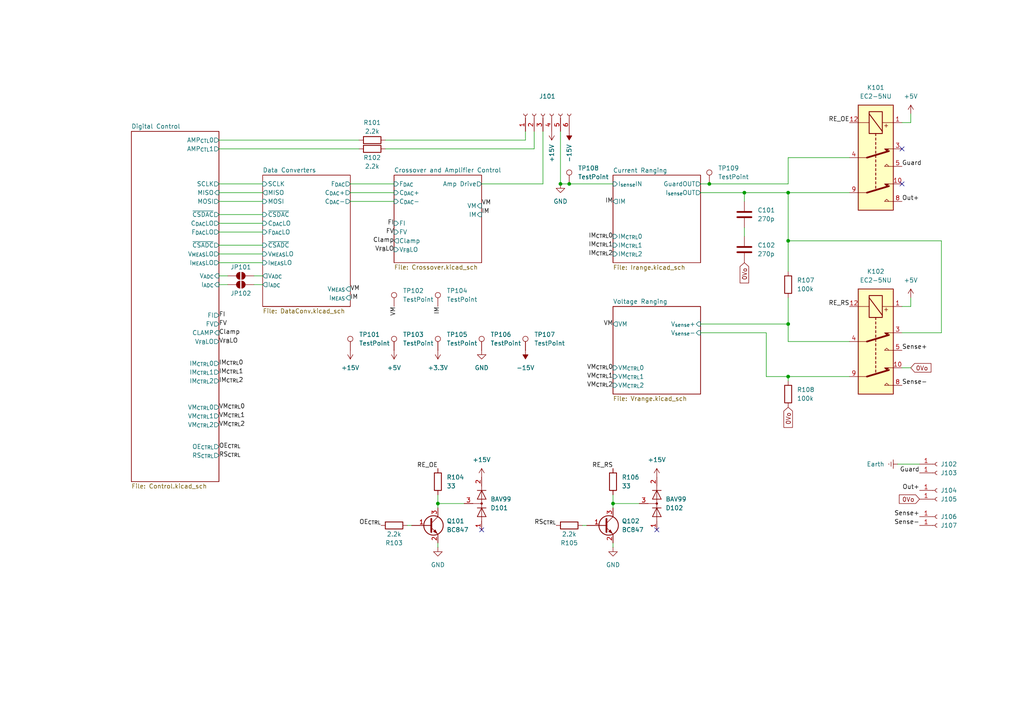
<source format=kicad_sch>
(kicad_sch (version 20231120) (generator "eeschema") (generator_version "8.0")
  (paper "A4")
  (title_block (title "DSMU A1 - Main Analogue Board") (rev "DRAFT 1") (company "Fuckup Industries"))
  (lib_symbols
    (symbol "+15V_1" (power) (pin_numbers hide) (pin_names (offset 0) hide)
      (property "Value" "+15V" (at 0 3.556 0))
      (symbol "+15V_1_0_1"
        (polyline (pts (xy -0.762 1.27) (xy 0 2.54)))
        (polyline (pts (xy 0 0) (xy 0 2.54)))
        (polyline (pts (xy 0 2.54) (xy 0.762 1.27)))
      )
      (symbol "+15V_1_1_1"
        (pin power_in line (at 0 0 90) (length 0) (name "~") (number "1"))
      )
    )
    (symbol "-15V_1" (power) (pin_numbers hide) (pin_names (offset 0) hide)
      (property "Value" "-15V" (at 0 3.556 0))
      (symbol "-15V_1_0_0"
        (pin power_in line (at 0 0 90) (length 0) (name "~") (number "1"))
      )
      (symbol "-15V_1_0_1"
        (polyline (pts (xy 0 0) (xy 0 1.27) (xy 0.762 1.27) (xy 0 2.54) (xy -0.762 1.27) (xy 0 1.27)) (fill (type outline)))
      )
    )
    (symbol "Connector:Conn_01x01_Socket" (pin_names (offset 1.016) hide)
      (property "Reference" "J" (at 0 2.54 0))
      (property "Value" "Conn_01x01_Socket" (at 0 -2.54 0))
      (symbol "Conn_01x01_Socket_1_1"
        (polyline (pts (xy -1.27 0) (xy -0.508 0)) (stroke (width 0.1524)))
        (arc (start 0 0.508) (mid -0.5058 0) (end 0 -0.508) (stroke (width 0.1524)))
        (pin passive line (at -5.08 0 0) (length 3.81) (name "Pin_1") (number "1"))
      )
    )
    (symbol "Connector:Conn_01x06_Socket" (pin_names (offset 1.016) hide)
      (property "Reference" "J" (at 0 7.62 0))
      (property "Value" "Conn_01x06_Socket" (at 0 -10.16 0))
      (symbol "Conn_01x06_Socket_1_1"
        (arc (start 0 -7.112) (mid -0.5058 -7.62) (end 0 -8.128) (stroke (width 0.1524)))
        (arc (start 0 -4.572) (mid -0.5058 -5.08) (end 0 -5.588) (stroke (width 0.1524)))
        (arc (start 0 -2.032) (mid -0.5058 -2.54) (end 0 -3.048) (stroke (width 0.1524)))
        (polyline (pts (xy -1.27 -7.62) (xy -0.508 -7.62)) (stroke (width 0.1524)))
        (polyline (pts (xy -1.27 -5.08) (xy -0.508 -5.08)) (stroke (width 0.1524)))
        (polyline (pts (xy -1.27 -2.54) (xy -0.508 -2.54)) (stroke (width 0.1524)))
        (polyline (pts (xy -1.27 0) (xy -0.508 0)) (stroke (width 0.1524)))
        (polyline (pts (xy -1.27 2.54) (xy -0.508 2.54)) (stroke (width 0.1524)))
        (polyline (pts (xy -1.27 5.08) (xy -0.508 5.08)) (stroke (width 0.1524)))
        (arc (start 0 0.508) (mid -0.5058 0) (end 0 -0.508) (stroke (width 0.1524)))
        (arc (start 0 3.048) (mid -0.5058 2.54) (end 0 2.032) (stroke (width 0.1524)))
        (arc (start 0 5.588) (mid -0.5058 5.08) (end 0 4.572) (stroke (width 0.1524)))
        (pin passive line (at -5.08 5.08 0) (length 3.81) (name "Pin_1") (number "1"))
        (pin passive line (at -5.08 2.54 0) (length 3.81) (name "Pin_2") (number "2"))
        (pin passive line (at -5.08 0 0) (length 3.81) (name "Pin_3") (number "3"))
        (pin passive line (at -5.08 -2.54 0) (length 3.81) (name "Pin_4") (number "4"))
        (pin passive line (at -5.08 -5.08 0) (length 3.81) (name "Pin_5") (number "5"))
        (pin passive line (at -5.08 -7.62 0) (length 3.81) (name "Pin_6") (number "6"))
      )
    )
    (symbol "Connector:TestPoint" (pin_numbers hide) (pin_names (offset 0.762) hide)
      (property "Reference" "TP" (at 0 6.858 0))
      (property "Value" "TestPoint" (at 0 5.08 0))
      (symbol "TestPoint_0_1"
        (circle (center 0 3.302) (radius 0.762))
      )
      (symbol "TestPoint_1_1"
        (pin passive line (at 0 0 90) (length 2.54) (name "1") (number "1"))
      )
    )
    (symbol "Device:C" (pin_numbers hide) (pin_names (offset 0.254))
      (property "Reference" "C" (at 0.635 2.54 0))
      (property "Value" "C" (at 0.635 -2.54 0))
      (symbol "C_0_1"
        (polyline (pts (xy -2.032 -0.762) (xy 2.032 -0.762)) (stroke (width 0.508)))
        (polyline (pts (xy -2.032 0.762) (xy 2.032 0.762)) (stroke (width 0.508)))
      )
      (symbol "C_1_1"
        (pin passive line (at 0 3.81 270) (length 2.794) (name "~") (number "1"))
        (pin passive line (at 0 -3.81 90) (length 2.794) (name "~") (number "2"))
      )
    )
    (symbol "Device:R" (pin_numbers hide) (pin_names (offset 0))
      (property "Reference" "R" (at 2.032 0 90))
      (property "Value" "R" (at 0 0 90))
      (symbol "R_0_1"
        (rectangle (start -1.016 -2.54) (end 1.016 2.54) (stroke (width 0.254)))
      )
      (symbol "R_1_1"
        (pin passive line (at 0 3.81 270) (length 1.27) (name "~") (number "1"))
        (pin passive line (at 0 -3.81 90) (length 1.27) (name "~") (number "2"))
      )
    )
    (symbol "Diode:BAV99" (pin_names hide)
      (property "Reference" "D" (at 0 5.08 0))
      (property "Value" "BAV99" (at 0 2.54 0))
      (symbol "BAV99_0_1"
        (polyline (pts (xy -5.08 0) (xy 5.08 0)))
      )
      (symbol "BAV99_1_1"
        (polyline (pts (xy 0 0) (xy 0 -2.54)))
        (polyline (pts (xy -1.27 -1.27) (xy -1.27 1.27) (xy -1.27 1.27)) (stroke (width 0.2032)))
        (polyline (pts (xy 3.81 1.27) (xy 3.81 -1.27) (xy 3.81 -1.27)) (stroke (width 0.2032)))
        (polyline (pts (xy -3.81 1.27) (xy -1.27 0) (xy -3.81 -1.27) (xy -3.81 1.27) (xy -3.81 1.27) (xy -3.81 1.27)) (stroke (width 0.2032)))
        (polyline (pts (xy 1.27 1.27) (xy 3.81 0) (xy 1.27 -1.27) (xy 1.27 1.27) (xy 1.27 1.27) (xy 1.27 1.27)) (stroke (width 0.2032)))
        (circle (center 0 0) (radius 0.254) (fill (type outline)))
        (pin passive line (at -7.62 0 0) (length 2.54) (name "K") (number "1"))
        (pin passive line (at 7.62 0 180) (length 2.54) (name "A") (number "2"))
        (pin passive line (at 0 -5.08 90) (length 2.54) (name "K") (number "3"))
      )
    )
    (symbol "Jumper:SolderJumper_2_Open" (pin_numbers hide) (pin_names (offset 0) hide) (exclude_from_sim yes) (in_bom no)
      (property "Reference" "JP" (at 0 2.032 0))
      (property "Value" "SolderJumper_2_Open" (at 0 -2.54 0))
      (symbol "SolderJumper_2_Open_0_1"
        (arc (start -0.254 1.016) (mid -1.2656 0) (end -0.254 -1.016))
        (arc (start -0.254 1.016) (mid -1.2656 0) (end -0.254 -1.016) (fill (type outline)))
        (polyline (pts (xy -0.254 1.016) (xy -0.254 -1.016)))
        (polyline (pts (xy 0.254 1.016) (xy 0.254 -1.016)))
        (arc (start 0.254 -1.016) (mid 1.2656 0) (end 0.254 1.016))
        (arc (start 0.254 -1.016) (mid 1.2656 0) (end 0.254 1.016) (fill (type outline)))
      )
      (symbol "SolderJumper_2_Open_1_1"
        (pin passive line (at -3.81 0 0) (length 2.54) (name "A") (number "1"))
        (pin passive line (at 3.81 0 180) (length 2.54) (name "B") (number "2"))
      )
    )
    (symbol "Relay:EC2-5NU"
      (property "Reference" "K" (at 15.24 8.89 0))
      (property "Value" "EC2-5NU" (at 19.05 6.35 0))
      (symbol "EC2-5NU_1_1"
        (rectangle (start -15.24 5.08) (end 15.24 -5.08) (stroke (width 0.254)) (fill (type background)))
        (rectangle (start -13.335 1.905) (end -6.985 -1.905) (stroke (width 0.254)))
        (polyline (pts (xy -12.7 -1.905) (xy -7.62 1.905)) (stroke (width 0.254)))
        (polyline (pts (xy -10.16 -5.08) (xy -10.16 -1.905)))
        (polyline (pts (xy -10.16 5.08) (xy -10.16 1.905)))
        (polyline (pts (xy -6.985 0) (xy -6.35 0)) (stroke (width 0.254)))
        (polyline (pts (xy -5.715 0) (xy -5.08 0)) (stroke (width 0.254)))
        (polyline (pts (xy -4.445 0) (xy -3.81 0)) (stroke (width 0.254)))
        (polyline (pts (xy -3.175 0) (xy -2.54 0)) (stroke (width 0.254)))
        (polyline (pts (xy -1.905 0) (xy -1.27 0)) (stroke (width 0.254)))
        (polyline (pts (xy -0.635 0) (xy 0 0)) (stroke (width 0.254)))
        (polyline (pts (xy 0 -2.54) (xy -1.905 3.81)) (stroke (width 0.508)))
        (polyline (pts (xy 0 -2.54) (xy 0 -5.08)))
        (polyline (pts (xy 0.635 0) (xy 1.27 0)) (stroke (width 0.254)))
        (polyline (pts (xy 1.905 0) (xy 2.54 0)) (stroke (width 0.254)))
        (polyline (pts (xy 3.175 0) (xy 3.81 0)) (stroke (width 0.254)))
        (polyline (pts (xy 4.445 0) (xy 5.08 0)) (stroke (width 0.254)))
        (polyline (pts (xy 5.715 0) (xy 6.35 0)) (stroke (width 0.254)))
        (polyline (pts (xy 6.985 0) (xy 7.62 0)) (stroke (width 0.254)))
        (polyline (pts (xy 8.255 0) (xy 8.89 0)) (stroke (width 0.254)))
        (polyline (pts (xy 10.16 -2.54) (xy 8.255 3.81)) (stroke (width 0.508)))
        (polyline (pts (xy 10.16 -2.54) (xy 10.16 -5.08)))
        (polyline (pts (xy -2.54 5.08) (xy -2.54 2.54) (xy -1.905 3.175) (xy -2.54 3.81)) (fill (type outline)))
        (polyline (pts (xy 2.54 5.08) (xy 2.54 2.54) (xy 1.905 3.175) (xy 2.54 3.81)))
        (polyline (pts (xy 7.62 5.08) (xy 7.62 2.54) (xy 8.255 3.175) (xy 7.62 3.81)) (fill (type outline)))
        (polyline (pts (xy 12.7 5.08) (xy 12.7 2.54) (xy 12.065 3.175) (xy 12.7 3.81)))
        (text "+" (at -9.271 2.921 0) (effects (font (size 1.27 1.27))))
        (pin passive line (at -10.16 7.62 270) (length 2.54) (name "~") (number "1"))
        (pin passive line (at 7.62 7.62 270) (length 2.54) (name "~") (number "10"))
        (pin passive line (at -10.16 -7.62 90) (length 2.54) (name "~") (number "12"))
        (pin passive line (at -2.54 7.62 270) (length 2.54) (name "~") (number "3"))
        (pin passive line (at 0 -7.62 90) (length 2.54) (name "~") (number "4"))
        (pin passive line (at 2.54 7.62 270) (length 2.54) (name "~") (number "5"))
        (pin passive line (at 12.7 7.62 270) (length 2.54) (name "~") (number "8"))
        (pin passive line (at 10.16 -7.62 90) (length 2.54) (name "~") (number "9"))
      )
    )
    (symbol "Transistor_BJT:BC847" (pin_names (offset 0) hide)
      (property "Reference" "Q" (at 5.08 1.905 0))
      (property "Value" "BC847" (at 5.08 0 0))
      (symbol "BC847_0_1"
        (polyline (pts (xy 0.635 0.635) (xy 2.54 2.54)))
        (polyline (pts (xy 0.635 -0.635) (xy 2.54 -2.54) (xy 2.54 -2.54)))
        (polyline (pts (xy 0.635 1.905) (xy 0.635 -1.905) (xy 0.635 -1.905)) (stroke (width 0.508)))
        (polyline (pts (xy 1.27 -1.778) (xy 1.778 -1.27) (xy 2.286 -2.286) (xy 1.27 -1.778) (xy 1.27 -1.778)) (fill (type outline)))
        (circle (center 1.27 0) (radius 2.8194) (stroke (width 0.254)))
      )
      (symbol "BC847_1_1"
        (pin input line (at -5.08 0 0) (length 5.715) (name "B") (number "1"))
        (pin passive line (at 2.54 -5.08 90) (length 2.54) (name "E") (number "2"))
        (pin passive line (at 2.54 5.08 270) (length 2.54) (name "C") (number "3"))
      )
    )
    (symbol "power:+15V" (power) (pin_names (offset 0))
      (property "Value" "+15V" (at 0 3.556 0))
      (symbol "+15V_0_1"
        (polyline (pts (xy -0.762 1.27) (xy 0 2.54)))
        (polyline (pts (xy 0 0) (xy 0 2.54)))
        (polyline (pts (xy 0 2.54) (xy 0.762 1.27)))
      )
      (symbol "+15V_1_1"
        (pin power_in line (at 0 0 90) (length 0) hide (name "+15V") (number "1"))
      )
    )
    (symbol "power:+3.3V" (power) (pin_numbers hide) (pin_names (offset 0) hide)
      (property "Value" "+3.3V" (at 0 3.556 0))
      (symbol "+3.3V_0_1"
        (polyline (pts (xy -0.762 1.27) (xy 0 2.54)))
        (polyline (pts (xy 0 0) (xy 0 2.54)))
        (polyline (pts (xy 0 2.54) (xy 0.762 1.27)))
      )
      (symbol "+3.3V_1_1"
        (pin power_in line (at 0 0 90) (length 0) (name "~") (number "1"))
      )
    )
    (symbol "power:+5V" (power) (pin_numbers hide) (pin_names (offset 0) hide)
      (property "Value" "+5V" (at 0 3.556 0))
      (symbol "+5V_0_1"
        (polyline (pts (xy -0.762 1.27) (xy 0 2.54)))
        (polyline (pts (xy 0 0) (xy 0 2.54)))
        (polyline (pts (xy 0 2.54) (xy 0.762 1.27)))
      )
      (symbol "+5V_1_1"
        (pin power_in line (at 0 0 90) (length 0) (name "~") (number "1"))
      )
    )
    (symbol "power:-15V" (power) (pin_names (offset 0))
      (property "Value" "-15V" (at 0 3.81 0))
      (symbol "-15V_0_0"
        (pin power_in line (at 0 0 90) (length 0) hide (name "-15V") (number "1"))
      )
      (symbol "-15V_0_1"
        (polyline (pts (xy 0 0) (xy 0 1.27) (xy 0.762 1.27) (xy 0 2.54) (xy -0.762 1.27) (xy 0 1.27)) (fill (type outline)))
      )
    )
    (symbol "power:Earth" (power) (pin_numbers hide) (pin_names (offset 0) hide)
      (property "Value" "Earth" (at 0 -3.81 0))
      (symbol "Earth_0_1"
        (polyline (pts (xy -0.635 -1.905) (xy 0.635 -1.905)))
        (polyline (pts (xy -0.127 -2.54) (xy 0.127 -2.54)))
        (polyline (pts (xy 0 -1.27) (xy 0 0)))
        (polyline (pts (xy 1.27 -1.27) (xy -1.27 -1.27)))
      )
      (symbol "Earth_1_1"
        (pin power_in line (at 0 0 270) (length 0) (name "~") (number "1"))
      )
    )
    (symbol "power:GND" (power) (pin_numbers hide) (pin_names (offset 0) hide)
      (property "Value" "GND" (at 0 -3.81 0))
      (symbol "GND_0_1"
        (polyline (pts (xy 0 0) (xy 0 -1.27) (xy 1.27 -1.27) (xy 0 -2.54) (xy -1.27 -1.27) (xy 0 -1.27)))
      )
      (symbol "GND_1_1"
        (pin power_in line (at 0 0 270) (length 0) (name "~") (number "1"))
      )
    )
  )
  (junction (at 205.74 53.34))
  (junction (at 228.6 55.88))
  (junction (at 215.9 55.88))
  (junction (at 228.6 69.85))
  (junction (at 228.6 93.98))
  (junction (at 177.8 146.05))
  (junction (at 162.56 53.34))
  (junction (at 127 146.05))
  (junction (at 165.1 53.34))
  (junction (at 228.6 109.22))
  (no_connect (at 139.7 153.67))
  (no_connect (at 261.62 53.34))
  (no_connect (at 261.62 43.18))
  (no_connect (at 190.5 153.67))
  (wire (pts (xy 73.66 80.01) (xy 76.2 80.01)))
  (wire (pts (xy 264.16 35.56) (xy 261.62 35.56)))
  (wire (pts (xy 228.6 69.85) (xy 228.6 78.74)))
  (wire (pts (xy 203.2 55.88) (xy 215.9 55.88)))
  (wire (pts (xy 228.6 55.88) (xy 228.6 69.85)))
  (wire (pts (xy 63.5 62.23) (xy 76.2 62.23)))
  (wire (pts (xy 152.4 38.1) (xy 152.4 40.64)))
  (wire (pts (xy 264.16 86.36) (xy 264.16 88.9)))
  (wire (pts (xy 162.56 53.34) (xy 165.1 53.34)))
  (wire (pts (xy 185.42 146.05) (xy 177.8 146.05)))
  (wire (pts (xy 134.62 146.05) (xy 127 146.05)))
  (wire (pts (xy 63.5 73.66) (xy 76.2 73.66)))
  (wire (pts (xy 222.25 96.52) (xy 222.25 109.22)))
  (wire (pts (xy 228.6 109.22) (xy 228.6 110.49)))
  (wire (pts (xy 111.76 43.18) (xy 154.94 43.18)))
  (wire (pts (xy 73.66 82.55) (xy 76.2 82.55)))
  (wire (pts (xy 246.38 99.06) (xy 228.6 99.06)))
  (wire (pts (xy 101.6 55.88) (xy 114.3 55.88)))
  (wire (pts (xy 203.2 96.52) (xy 222.25 96.52)))
  (wire (pts (xy 63.5 40.64) (xy 104.14 40.64)))
  (wire (pts (xy 101.6 58.42) (xy 114.3 58.42)))
  (wire (pts (xy 118.11 152.4) (xy 119.38 152.4)))
  (wire (pts (xy 205.74 53.34) (xy 228.6 53.34)))
  (wire (pts (xy 154.94 43.18) (xy 154.94 38.1)))
  (wire (pts (xy 165.1 53.34) (xy 177.8 53.34)))
  (wire (pts (xy 63.5 64.77) (xy 76.2 64.77)))
  (wire (pts (xy 273.05 69.85) (xy 273.05 96.52)))
  (wire (pts (xy 215.9 58.42) (xy 215.9 55.88)))
  (wire (pts (xy 63.5 67.31) (xy 76.2 67.31)))
  (wire (pts (xy 63.5 80.01) (xy 66.04 80.01)))
  (wire (pts (xy 111.76 40.64) (xy 152.4 40.64)))
  (wire (pts (xy 215.9 66.04) (xy 215.9 68.58)))
  (wire (pts (xy 228.6 86.36) (xy 228.6 93.98)))
  (wire (pts (xy 63.5 76.2) (xy 76.2 76.2)))
  (wire (pts (xy 177.8 157.48) (xy 177.8 158.75)))
  (wire (pts (xy 63.5 55.88) (xy 76.2 55.88)))
  (wire (pts (xy 168.91 152.4) (xy 170.18 152.4)))
  (wire (pts (xy 260.35 134.62) (xy 266.7 134.62)))
  (wire (pts (xy 162.56 38.1) (xy 162.56 53.34)))
  (wire (pts (xy 215.9 55.88) (xy 228.6 55.88)))
  (wire (pts (xy 228.6 69.85) (xy 273.05 69.85)))
  (wire (pts (xy 203.2 53.34) (xy 205.74 53.34)))
  (wire (pts (xy 228.6 53.34) (xy 228.6 45.72)))
  (wire (pts (xy 228.6 93.98) (xy 203.2 93.98)))
  (wire (pts (xy 261.62 106.68) (xy 264.16 106.68)))
  (wire (pts (xy 228.6 45.72) (xy 246.38 45.72)))
  (wire (pts (xy 127 146.05) (xy 127 147.32)))
  (wire (pts (xy 157.48 38.1) (xy 157.48 53.34)))
  (wire (pts (xy 63.5 82.55) (xy 66.04 82.55)))
  (wire (pts (xy 63.5 43.18) (xy 104.14 43.18)))
  (wire (pts (xy 264.16 33.02) (xy 264.16 35.56)))
  (wire (pts (xy 177.8 146.05) (xy 177.8 147.32)))
  (wire (pts (xy 222.25 109.22) (xy 228.6 109.22)))
  (wire (pts (xy 177.8 143.51) (xy 177.8 146.05)))
  (wire (pts (xy 63.5 58.42) (xy 76.2 58.42)))
  (wire (pts (xy 228.6 99.06) (xy 228.6 93.98)))
  (wire (pts (xy 228.6 109.22) (xy 246.38 109.22)))
  (wire (pts (xy 63.5 71.12) (xy 76.2 71.12)))
  (wire (pts (xy 139.7 53.34) (xy 157.48 53.34)))
  (wire (pts (xy 273.05 96.52) (xy 261.62 96.52)))
  (wire (pts (xy 127 157.48) (xy 127 158.75)))
  (wire (pts (xy 63.5 53.34) (xy 76.2 53.34)))
  (wire (pts (xy 101.6 53.34) (xy 114.3 53.34)))
  (wire (pts (xy 264.16 88.9) (xy 261.62 88.9)))
  (wire (pts (xy 228.6 55.88) (xy 246.38 55.88)))
  (wire (pts (xy 127 143.51) (xy 127 146.05)))
  (label "Guard" (at 266.7 137.16 180))
  (label "RE_RS" (at 177.8 135.89 180))
  (label "IM_{CTRL}2" (at 177.8 73.66 180))
  (label "IM_{CTRL}1" (at 63.5 107.95 0))
  (label "IM" (at 139.7 62.23 0))
  (label "VM" (at 177.8 93.98 180))
  (label "RE_OE" (at 246.38 35.56 180))
  (label "VM_{CTRL}1" (at 63.5 120.65 0))
  (label "Out+" (at 266.7 142.24 180))
  (label "VM_{CTRL}0" (at 63.5 118.11 0))
  (label "VM_{CTRL}2" (at 63.5 123.19 0))
  (label "Guard" (at 261.62 48.26 0))
  (label "OE_{CTRL}" (at 110.49 152.4 180))
  (label "RS_{CTRL}" (at 63.5 132.08 0))
  (label "Sense+" (at 261.62 101.6 0))
  (label "RE_RS" (at 246.38 88.9 180))
  (label "Clamp" (at 63.5 96.52 0))
  (label "VM" (at 101.6 83.82 0))
  (label "VM" (at 114.3 88.9 270))
  (label "IM_{CTRL}0" (at 177.8 68.58 180))
  (label "FI" (at 114.3 64.77 180))
  (label "IM" (at 127 88.9 270))
  (label "Sense-" (at 266.7 152.4 180))
  (label "IM_{CTRL}1" (at 177.8 71.12 180))
  (label "IM" (at 101.6 86.36 0))
  (label "RS_{CTRL}" (at 161.29 152.4 180))
  (label "VM_{CTRL}0" (at 177.8 106.68 180))
  (label "VM" (at 139.7 59.69 0))
  (label "V_{FB}LO" (at 63.5 99.06 0))
  (label "FV" (at 63.5 93.98 0))
  (label "OE_{CTRL}" (at 63.5 129.54 0))
  (label "Sense-" (at 261.62 111.76 0))
  (label "Sense+" (at 266.7 149.86 180))
  (label "VM_{CTRL}1" (at 177.8 109.22 180))
  (label "V_{FB}LO" (at 114.3 72.39 180))
  (label "IM_{CTRL}0" (at 63.5 105.41 0))
  (label "RE_OE" (at 127 135.89 180))
  (label "IM_{CTRL}2" (at 63.5 110.49 0))
  (label "FI" (at 63.5 91.44 0))
  (label "Out+" (at 261.62 58.42 0))
  (label "IM" (at 177.8 58.42 180))
  (label "Clamp" (at 114.3 69.85 180))
  (label "VM_{CTRL}2" (at 177.8 111.76 180))
  (label "FV" (at 114.3 67.31 180))
  (global_label "0Vo" (shape input) (at 228.6 118.11 270) (property "Intersheetrefs" "${INTERSHEET_REFS}" (effects (hide yes))))
  (global_label "0Vo" (shape input) (at 266.7 144.78 180) (property "Intersheetrefs" "${INTERSHEET_REFS}" (effects (hide yes))))
  (global_label "0Vo" (shape input) (at 215.9 76.2 270) (property "Intersheetrefs" "${INTERSHEET_REFS}" (effects (hide yes))))
  (global_label "0Vo" (shape input) (at 264.16 106.68 0) (property "Intersheetrefs" "${INTERSHEET_REFS}" (effects (hide yes))))
  (symbol (lib_id "Device:R") (at 228.6 114.3 0) (unit 1)
    (property "Reference" "R108" (at 231.14 113.0299 0) (effects (justify left)))
    (property "Value" "100k" (at 231.14 115.5699 0) (effects (justify left)))
    (property "Footprint" "Resistor_SMD:R_0603_1608Metric" (effects (hide yes)))
    (property "Description" "Resistor" (effects (hide yes)))
  )
  (symbol (lib_name "+15V_1") (lib_id "power:+15V") (at 139.7 138.43 0) (unit 1)
    (property "Reference" "#PWR0106" (effects (hide yes)))
    (property "Value" "+15V" (at 139.7 133.35 0))
    (property "Description" "Power symbol creates a global label with name \"+15V\"" (effects (hide yes)))
  )
  (symbol (lib_id "Connector:Conn_01x01_Socket") (at 271.78 144.78 0) (unit 1)
    (property "Reference" "J105" (at 272.796 144.78 0) (effects (justify left)))
    (property "Value" "Conn_01x01_Socket" (effects (hide yes)))
    (property "Footprint" "Connector_PinHeader_2.54mm:PinHeader_1x01_P2.54mm_Vertical" (effects (hide yes)))
    (property "Description" "Generic connector, single row, 01x01, script generated" (effects (hide yes)))
  )
  (symbol (lib_id "power:+5V") (at 264.16 86.36 0) (unit 1)
    (property "Reference" "#PWR0115" (effects (hide yes)))
    (property "Value" "+5V" (at 264.16 81.28 0))
    (property "Description" "Power symbol creates a global label with name \"+5V\"" (effects (hide yes)))
  )
  (symbol (lib_id "Connector:TestPoint") (at 101.6 101.6 0) (unit 1)
    (property "Reference" "TP101" (at 104.14 97.0279 0) (effects (justify left)))
    (property "Value" "TestPoint" (at 104.14 99.5679 0) (effects (justify left)))
    (property "Footprint" "Connector_Pin:Pin_D1.0mm_L10.0mm" (effects (hide yes)))
    (property "Description" "test point" (effects (hide yes)))
  )
  (symbol (lib_id "Connector:Conn_01x06_Socket") (at 157.48 33.02 90) (unit 1)
    (property "Reference" "J101" (at 158.75 27.94 90))
    (property "Value" "Conn_01x06_Socket" (effects (hide yes)))
    (property "Footprint" "Connector_PinHeader_2.54mm:PinHeader_1x06_P2.54mm_Vertical" (effects (hide yes)))
    (property "Description" "Generic connector, single row, 01x06, script generated" (effects (hide yes)))
  )
  (symbol (lib_id "power:+5V") (at 264.16 33.02 0) (unit 1)
    (property "Reference" "#PWR0114" (effects (hide yes)))
    (property "Value" "+5V" (at 264.16 27.94 0))
    (property "Description" "Power symbol creates a global label with name \"+5V\"" (effects (hide yes)))
  )
  (symbol (lib_id "Device:C") (at 215.9 72.39 180) (unit 1)
    (property "Reference" "C102" (at 219.71 71.12 0) (effects (justify right)))
    (property "Value" "270p" (at 219.71 73.66 0) (effects (justify right)))
    (property "Footprint" "Capacitor_SMD:C_0805_2012Metric" (effects (hide yes)))
  )
  (symbol (lib_name "+15V_1") (lib_id "power:+15V") (at 101.6 101.6 180) (unit 1)
    (property "Reference" "#PWR0101" (effects (hide yes)))
    (property "Value" "+15V" (at 101.6 106.68 0))
    (property "Description" "Power symbol creates a global label with name \"+15V\"" (effects (hide yes)))
  )
  (symbol (lib_id "power:-15V") (at 165.1 38.1 180) (unit 1)
    (property "Reference" "#PWR0110" (effects (hide yes)))
    (property "Value" "-15V" (at 165.1 44.45 90))
  )
  (symbol (lib_id "Jumper:SolderJumper_2_Open") (at 69.85 80.01 180) (unit 1) (exclude_from_sim yes) (in_bom no)
    (property "Reference" "JP101" (at 69.85 77.47 0))
    (property "Value" "SolderJumper_2_Open" (effects (hide yes)))
    (property "Footprint" "Jumper:SolderJumper-2_P1.3mm_Open_RoundedPad1.0x1.5mm" (effects (hide yes)))
    (property "Description" "Solder Jumper, 2-pole, open" (effects (hide yes)))
  )
  (symbol (lib_id "Connector:TestPoint") (at 152.4 101.6 0) (unit 1)
    (property "Reference" "TP107" (at 154.94 97.0279 0) (effects (justify left)))
    (property "Value" "TestPoint" (at 154.94 99.5679 0) (effects (justify left)))
    (property "Footprint" "Connector_Pin:Pin_D1.0mm_L10.0mm" (effects (hide yes)))
    (property "Description" "test point" (effects (hide yes)))
  )
  (symbol (lib_id "power:+15V") (at 160.02 38.1 180) (unit 1)
    (property "Reference" "#PWR0108" (effects (hide yes)))
    (property "Value" "+15V" (at 160.02 44.45 90))
  )
  (symbol (lib_id "Transistor_BJT:BC847") (at 124.46 152.4 0) (unit 1)
    (property "Reference" "Q101" (at 129.54 151.1299 0) (effects (justify left)))
    (property "Value" "BC847" (at 129.54 153.6699 0) (effects (justify left)))
    (property "Footprint" "Package_TO_SOT_SMD:SOT-23" (effects (hide yes)))
    (property "Datasheet" "http://www.infineon.com/dgdl/Infineon-BC847SERIES_BC848SERIES_BC849SERIES_BC850SERIES-DS-v01_01-en.pdf?fileId=db3a304314dca389011541d4630a1657" (effects (hide yes)))
    (property "Description" "0.1A Ic, 45V Vce, NPN Transistor, SOT-23" (effects (hide yes)))
  )
  (symbol (lib_id "Transistor_BJT:BC847") (at 175.26 152.4 0) (unit 1)
    (property "Reference" "Q102" (at 180.34 151.1299 0) (effects (justify left)))
    (property "Value" "BC847" (at 180.34 153.6699 0) (effects (justify left)))
    (property "Footprint" "Package_TO_SOT_SMD:SOT-23" (effects (hide yes)))
    (property "Datasheet" "http://www.infineon.com/dgdl/Infineon-BC847SERIES_BC848SERIES_BC849SERIES_BC850SERIES-DS-v01_01-en.pdf?fileId=db3a304314dca389011541d4630a1657" (effects (hide yes)))
    (property "Description" "0.1A Ic, 45V Vce, NPN Transistor, SOT-23" (effects (hide yes)))
  )
  (symbol (lib_id "Device:R") (at 107.95 40.64 90) (unit 1)
    (property "Reference" "R101" (at 107.95 35.56 90))
    (property "Value" "2.2k" (at 107.95 38.1 90))
    (property "Footprint" "Resistor_SMD:R_0603_1608Metric" (effects (hide yes)))
  )
  (symbol (lib_id "Jumper:SolderJumper_2_Open") (at 69.85 82.55 0) (mirror y) (unit 1) (exclude_from_sim yes) (in_bom no)
    (property "Reference" "JP102" (at 69.85 85.09 0))
    (property "Value" "SolderJumper_2_Open" (effects (hide yes)))
    (property "Footprint" "Jumper:SolderJumper-2_P1.3mm_Open_RoundedPad1.0x1.5mm" (effects (hide yes)))
    (property "Description" "Solder Jumper, 2-pole, open" (effects (hide yes)))
  )
  (symbol (lib_id "power:GND") (at 162.56 53.34 0) (unit 1)
    (property "Reference" "#PWR0109" (effects (hide yes)))
    (property "Value" "GND" (at 162.56 58.42 0))
    (property "Description" "Power symbol creates a global label with name \"GND\" , ground" (effects (hide yes)))
  )
  (symbol (lib_id "Connector:Conn_01x01_Socket") (at 271.78 149.86 0) (unit 1)
    (property "Reference" "J106" (at 272.796 149.86 0) (effects (justify left)))
    (property "Value" "Conn_01x01_Socket" (effects (hide yes)))
    (property "Footprint" "Connector_PinHeader_2.54mm:PinHeader_1x01_P2.54mm_Vertical" (effects (hide yes)))
    (property "Description" "Generic connector, single row, 01x01, script generated" (effects (hide yes)))
  )
  (symbol (lib_id "Connector:TestPoint") (at 139.7 101.6 0) (unit 1)
    (property "Reference" "TP106" (at 142.24 97.0279 0) (effects (justify left)))
    (property "Value" "TestPoint" (at 142.24 99.5679 0) (effects (justify left)))
    (property "Footprint" "Connector_Pin:Pin_D1.0mm_L10.0mm" (effects (hide yes)))
    (property "Description" "test point" (effects (hide yes)))
  )
  (symbol (lib_id "Device:C") (at 215.9 62.23 180) (unit 1)
    (property "Reference" "C101" (at 219.71 60.96 0) (effects (justify right)))
    (property "Value" "270p" (at 219.71 63.5 0) (effects (justify right)))
    (property "Footprint" "Capacitor_SMD:C_0805_2012Metric" (effects (hide yes)))
  )
  (symbol (lib_id "power:GND") (at 139.7 101.6 0) (unit 1)
    (property "Reference" "#PWR0105" (effects (hide yes)))
    (property "Value" "GND" (at 139.7 106.68 0))
    (property "Description" "Power symbol creates a global label with name \"GND\" , ground" (effects (hide yes)))
  )
  (symbol (lib_id "Diode:BAV99") (at 139.7 146.05 270) (mirror x) (unit 1)
    (property "Reference" "D101" (at 142.24 147.3201 90) (effects (justify left)))
    (property "Value" "BAV99" (at 142.24 144.7801 90) (effects (justify left)))
    (property "Footprint" "Package_TO_SOT_SMD:SOT-23" (effects (hide yes)))
    (property "Datasheet" "https://assets.nexperia.com/documents/data-sheet/BAV99_SER.pdf" (effects (hide yes)))
    (property "Description" "BAV99 High-speed switching diodes, SOT-23" (effects (hide yes)))
  )
  (symbol (lib_id "Connector:TestPoint") (at 114.3 88.9 0) (unit 1)
    (property "Reference" "TP102" (at 116.84 84.3279 0) (effects (justify left)))
    (property "Value" "TestPoint" (at 116.84 86.8679 0) (effects (justify left)))
    (property "Footprint" "Connector_Pin:Pin_D1.0mm_L10.0mm" (effects (hide yes)))
    (property "Description" "test point" (effects (hide yes)))
  )
  (symbol (lib_id "Connector:TestPoint") (at 205.74 53.34 0) (unit 1)
    (property "Reference" "TP109" (at 208.28 48.7679 0) (effects (justify left)))
    (property "Value" "TestPoint" (at 208.28 51.3079 0) (effects (justify left)))
    (property "Footprint" "Connector_Pin:Pin_D1.0mm_L10.0mm" (effects (hide yes)))
    (property "Description" "test point" (effects (hide yes)))
  )
  (symbol (lib_id "Connector:TestPoint") (at 127 88.9 0) (unit 1)
    (property "Reference" "TP104" (at 129.54 84.3279 0) (effects (justify left)))
    (property "Value" "TestPoint" (at 129.54 86.8679 0) (effects (justify left)))
    (property "Footprint" "Connector_Pin:Pin_D1.0mm_L10.0mm" (effects (hide yes)))
    (property "Description" "test point" (effects (hide yes)))
  )
  (symbol (lib_id "Connector:Conn_01x01_Socket") (at 271.78 152.4 0) (unit 1)
    (property "Reference" "J107" (at 272.796 152.4 0) (effects (justify left)))
    (property "Value" "Conn_01x01_Socket" (effects (hide yes)))
    (property "Footprint" "Connector_PinHeader_2.54mm:PinHeader_1x01_P2.54mm_Vertical" (effects (hide yes)))
    (property "Description" "Generic connector, single row, 01x01, script generated" (effects (hide yes)))
  )
  (symbol (lib_name "+15V_1") (lib_id "power:+15V") (at 190.5 138.43 0) (unit 1)
    (property "Reference" "#PWR0112" (effects (hide yes)))
    (property "Value" "+15V" (at 190.5 133.35 0))
    (property "Description" "Power symbol creates a global label with name \"+15V\"" (effects (hide yes)))
  )
  (symbol (lib_id "Device:R") (at 114.3 152.4 90) (mirror x) (unit 1)
    (property "Reference" "R103" (at 114.3 157.48 90))
    (property "Value" "2.2k" (at 114.3 154.94 90))
    (property "Footprint" "Resistor_SMD:R_0603_1608Metric" (effects (hide yes)))
  )
  (symbol (lib_id "Device:R") (at 107.95 43.18 90) (mirror x) (unit 1)
    (property "Reference" "R102" (at 107.95 45.72 90))
    (property "Value" "2.2k" (at 107.95 48.26 90))
    (property "Footprint" "Resistor_SMD:R_0603_1608Metric" (effects (hide yes)))
  )
  (symbol (lib_name "-15V_1") (lib_id "power:-15V") (at 152.4 101.6 180) (unit 1)
    (property "Reference" "#PWR0107" (effects (hide yes)))
    (property "Value" "-15V" (at 152.4 106.68 0))
    (property "Description" "Power symbol creates a global label with name \"-15V\"" (effects (hide yes)))
  )
  (symbol (lib_id "Device:R") (at 177.8 139.7 0) (unit 1)
    (property "Reference" "R106" (at 180.34 138.4299 0) (effects (justify left)))
    (property "Value" "33" (at 180.34 140.9699 0) (effects (justify left)))
    (property "Footprint" "Resistor_SMD:R_0603_1608Metric" (effects (hide yes)))
    (property "Description" "Resistor" (effects (hide yes)))
  )
  (symbol (lib_id "Device:R") (at 228.6 82.55 0) (unit 1)
    (property "Reference" "R107" (at 231.14 81.2799 0) (effects (justify left)))
    (property "Value" "100k" (at 231.14 83.8199 0) (effects (justify left)))
    (property "Footprint" "Resistor_SMD:R_0603_1608Metric" (effects (hide yes)))
    (property "Description" "Resistor" (effects (hide yes)))
  )
  (symbol (lib_id "Connector:TestPoint") (at 114.3 101.6 0) (unit 1)
    (property "Reference" "TP103" (at 116.84 97.0279 0) (effects (justify left)))
    (property "Value" "TestPoint" (at 116.84 99.5679 0) (effects (justify left)))
    (property "Footprint" "Connector_Pin:Pin_D1.0mm_L10.0mm" (effects (hide yes)))
    (property "Description" "test point" (effects (hide yes)))
  )
  (symbol (lib_id "Diode:BAV99") (at 190.5 146.05 270) (mirror x) (unit 1)
    (property "Reference" "D102" (at 193.04 147.3201 90) (effects (justify left)))
    (property "Value" "BAV99" (at 193.04 144.7801 90) (effects (justify left)))
    (property "Footprint" "Package_TO_SOT_SMD:SOT-23" (effects (hide yes)))
    (property "Datasheet" "https://assets.nexperia.com/documents/data-sheet/BAV99_SER.pdf" (effects (hide yes)))
    (property "Description" "BAV99 High-speed switching diodes, SOT-23" (effects (hide yes)))
  )
  (symbol (lib_id "power:GND") (at 177.8 158.75 0) (unit 1)
    (property "Reference" "#PWR0111" (effects (hide yes)))
    (property "Value" "GND" (at 177.8 163.83 0))
    (property "Description" "Power symbol creates a global label with name \"GND\" , ground" (effects (hide yes)))
  )
  (symbol (lib_id "Connector:Conn_01x01_Socket") (at 271.78 134.62 0) (unit 1)
    (property "Reference" "J102" (at 272.796 134.62 0) (effects (justify left)))
    (property "Value" "Conn_01x01_Socket" (effects (hide yes)))
    (property "Footprint" "Connector_PinHeader_2.54mm:PinHeader_1x01_P2.54mm_Vertical" (effects (hide yes)))
    (property "Description" "Generic connector, single row, 01x01, script generated" (effects (hide yes)))
  )
  (symbol (lib_id "Connector:Conn_01x01_Socket") (at 271.78 142.24 0) (unit 1)
    (property "Reference" "J104" (at 272.796 142.24 0) (effects (justify left)))
    (property "Value" "Conn_01x01_Socket" (effects (hide yes)))
    (property "Footprint" "Connector_PinHeader_2.54mm:PinHeader_1x01_P2.54mm_Vertical" (effects (hide yes)))
    (property "Description" "Generic connector, single row, 01x01, script generated" (effects (hide yes)))
  )
  (symbol (lib_id "power:GND") (at 127 158.75 0) (unit 1)
    (property "Reference" "#PWR0104" (effects (hide yes)))
    (property "Value" "GND" (at 127 163.83 0))
    (property "Description" "Power symbol creates a global label with name \"GND\" , ground" (effects (hide yes)))
  )
  (symbol (lib_id "Relay:EC2-5NU") (at 254 99.06 270) (unit 1)
    (property "Reference" "K102" (at 254 78.74 90))
    (property "Value" "EC2-5NU" (at 254 81.28 90))
    (property "Footprint" "Relay_THT:Relay_DPDT_Kemet_EC2" (effects (hide yes)))
    (property "Datasheet" "https://content.kemet.com/datasheets/KEM_R7002_EC2_EE2.pdf" (effects (hide yes)))
  )
  (symbol (lib_id "Relay:EC2-5NU") (at 254 45.72 270) (unit 1)
    (property "Reference" "K101" (at 254 25.4 90))
    (property "Value" "EC2-5NU" (at 254 27.94 90))
    (property "Footprint" "Relay_THT:Relay_DPDT_Kemet_EC2" (effects (hide yes)))
    (property "Datasheet" "https://content.kemet.com/datasheets/KEM_R7002_EC2_EE2.pdf" (effects (hide yes)))
  )
  (symbol (lib_id "Connector:TestPoint") (at 165.1 53.34 0) (unit 1)
    (property "Reference" "TP108" (at 167.64 48.7679 0) (effects (justify left)))
    (property "Value" "TestPoint" (at 167.64 51.3079 0) (effects (justify left)))
    (property "Footprint" "Connector_Pin:Pin_D1.0mm_L10.0mm" (effects (hide yes)))
    (property "Description" "test point" (effects (hide yes)))
  )
  (symbol (lib_id "power:Earth") (at 260.35 134.62 270) (unit 1)
    (property "Reference" "#PWR0113" (effects (hide yes)))
    (property "Value" "Earth" (at 256.54 134.6199 90) (effects (justify right)))
    (property "Description" "Power symbol creates a global label with name \"Earth\"" (effects (hide yes)))
  )
  (symbol (lib_id "Device:R") (at 127 139.7 0) (unit 1)
    (property "Reference" "R104" (at 129.54 138.4299 0) (effects (justify left)))
    (property "Value" "33" (at 129.54 140.9699 0) (effects (justify left)))
    (property "Footprint" "Resistor_SMD:R_0603_1608Metric" (effects (hide yes)))
    (property "Description" "Resistor" (effects (hide yes)))
  )
  (symbol (lib_id "Device:R") (at 165.1 152.4 90) (mirror x) (unit 1)
    (property "Reference" "R105" (at 165.1 157.48 90))
    (property "Value" "2.2k" (at 165.1 154.94 90))
    (property "Footprint" "Resistor_SMD:R_0603_1608Metric" (effects (hide yes)))
  )
  (symbol (lib_id "power:+5V") (at 114.3 101.6 180) (unit 1)
    (property "Reference" "#PWR0102" (effects (hide yes)))
    (property "Value" "+5V" (at 114.3 106.68 0))
    (property "Description" "Power symbol creates a global label with name \"+5V\"" (effects (hide yes)))
  )
  (symbol (lib_id "Connector:TestPoint") (at 127 101.6 0) (unit 1)
    (property "Reference" "TP105" (at 129.54 97.0279 0) (effects (justify left)))
    (property "Value" "TestPoint" (at 129.54 99.5679 0) (effects (justify left)))
    (property "Footprint" "Connector_Pin:Pin_D1.0mm_L10.0mm" (effects (hide yes)))
    (property "Description" "test point" (effects (hide yes)))
  )
  (symbol (lib_id "power:+3.3V") (at 127 101.6 180) (unit 1)
    (property "Reference" "#PWR0103" (effects (hide yes)))
    (property "Value" "+3.3V" (at 127 106.68 0))
    (property "Description" "Power symbol creates a global label with name \"+3.3V\"" (effects (hide yes)))
  )
  (symbol (lib_id "Connector:Conn_01x01_Socket") (at 271.78 137.16 0) (unit 1)
    (property "Reference" "J103" (at 272.796 137.16 0) (effects (justify left)))
    (property "Value" "Conn_01x01_Socket" (effects (hide yes)))
    (property "Footprint" "Connector_PinHeader_2.54mm:PinHeader_1x01_P2.54mm_Vertical" (effects (hide yes)))
    (property "Description" "Generic connector, single row, 01x01, script generated" (effects (hide yes)))
  )
  (sheet (at 114.3 50.8) (size 25.4 25.4) (stroke (width 0.1524))
    (property "Sheetname" "Crossover and Amplifier Control" (at 114.3 50.0884 0) (effects (justify left bottom)))
    (property "Sheetfile" "Crossover.kicad_sch" (at 114.3 76.7846 0) (effects (justify left top)))
    (pin "VM" input (at 139.7 59.69 0))
    (pin "FI" input (at 114.3 64.77 180))
    (pin "IM" input (at 139.7 62.23 0))
    (pin "Amp Drive" output (at 139.7 53.34 0))
    (pin "F_{DAC}" input (at 114.3 53.34 180))
    (pin "C_{DAC}+" input (at 114.3 55.88 180))
    (pin "C_{DAC}-" input (at 114.3 58.42 180))
    (pin "FV" input (at 114.3 67.31 180))
    (pin "Clamp" output (at 114.3 69.85 180))
    (pin "V_{FB}LO" input (at 114.3 72.39 180))
  )
  (sheet (at 177.8 50.8) (size 25.4 25.4) (stroke (width 0.1524))
    (property "Sheetname" "Current Ranging" (at 177.8 50.165 0) (effects (justify left bottom)))
    (property "Sheetfile" "Irange.kicad_sch" (at 177.8 76.835 0) (effects (justify left top)))
    (pin "I_{sense}IN" input (at 177.8 53.34 180))
    (pin "I_{sense}OUT" output (at 203.2 55.88 0))
    (pin "IM" output (at 177.8 58.42 180))
    (pin "GuardOUT" output (at 203.2 53.34 0))
    (pin "IM_{CTRL}2" input (at 177.8 73.66 180))
    (pin "IM_{CTRL}0" input (at 177.8 68.58 180))
    (pin "IM_{CTRL}1" input (at 177.8 71.12 180))
  )
  (sheet (at 38.1 38.1) (size 25.4 101.6) (stroke (width 0.1524))
    (property "Sheetname" "Digital Control" (at 38.1 37.3884 0) (effects (justify left bottom)))
    (property "Sheetfile" "Control.kicad_sch" (at 38.1 140.2846 0) (effects (justify left top)))
    (pin "MISO" input (at 63.5 55.88 0))
    (pin "MOSI" output (at 63.5 58.42 0))
    (pin "SCLK" output (at 63.5 53.34 0))
    (pin "V_{ADC}" input (at 63.5 80.01 0))
    (pin "I_{ADC}" input (at 63.5 82.55 0))
    (pin "~{CSDAC}" output (at 63.5 62.23 0))
    (pin "C_{DAC}LO" output (at 63.5 64.77 0))
    (pin "F_{DAC}LO" output (at 63.5 67.31 0))
    (pin "I_{MEAS}LO" output (at 63.5 76.2 0))
    (pin "V_{MEAS}LO" output (at 63.5 73.66 0))
    (pin "~{CSADC}" output (at 63.5 71.12 0))
    (pin "AMP_{CTL}0" output (at 63.5 40.64 0))
    (pin "AMP_{CTL}1" output (at 63.5 43.18 0))
    (pin "CLAMP" input (at 63.5 96.52 0))
    (pin "FI" output (at 63.5 91.44 0))
    (pin "V_{FB}LO" output (at 63.5 99.06 0))
    (pin "FV" output (at 63.5 93.98 0))
    (pin "IM_{CTRL}2" output (at 63.5 110.49 0))
    (pin "IM_{CTRL}0" output (at 63.5 105.41 0))
    (pin "IM_{CTRL}1" output (at 63.5 107.95 0))
    (pin "VM_{CTRL}0" output (at 63.5 118.11 0))
    (pin "RS_{CTRL}" output (at 63.5 132.08 0))
    (pin "OE_{CTRL}" output (at 63.5 129.54 0))
    (pin "VM_{CTRL}1" output (at 63.5 120.65 0))
    (pin "VM_{CTRL}2" output (at 63.5 123.19 0))
  )
  (sheet (at 76.2 50.8) (size 25.4 38.1) (stroke (width 0.1524))
    (property "Sheetname" "Data Converters" (at 76.2 50.0884 0) (effects (justify left bottom)))
    (property "Sheetfile" "DataConv.kicad_sch" (at 76.2 89.4846 0) (effects (justify left top)))
    (pin "F_{DAC}" output (at 101.6 53.34 0))
    (pin "C_{DAC}LO" input (at 76.2 64.77 180))
    (pin "C_{DAC}+" output (at 101.6 55.88 0))
    (pin "MOSI" input (at 76.2 58.42 180))
    (pin "~{CSDAC}" input (at 76.2 62.23 180))
    (pin "MISO" output (at 76.2 55.88 180))
    (pin "SCLK" input (at 76.2 53.34 180))
    (pin "F_{DAC}LO" input (at 76.2 67.31 180))
    (pin "C_{DAC}-" output (at 101.6 58.42 0))
    (pin "V_{MEAS}" input (at 101.6 83.82 0))
    (pin "I_{MEAS}" input (at 101.6 86.36 0))
    (pin "~{CSADC}" input (at 76.2 71.12 180))
    (pin "V_{ADC}" output (at 76.2 80.01 180))
    (pin "I_{ADC}" output (at 76.2 82.55 180))
    (pin "V_{MEAS}LO" input (at 76.2 73.66 180))
    (pin "I_{MEAS}LO" input (at 76.2 76.2 180))
  )
  (sheet (at 177.8 88.9) (size 25.4 25.4) (stroke (width 0.1524))
    (property "Sheetname" "Voltage Ranging" (at 177.8 88.1884 0) (effects (justify left bottom)))
    (property "Sheetfile" "Vrange.kicad_sch" (at 177.8 114.8846 0) (effects (justify left top)))
    (pin "V_{sense}+" input (at 203.2 93.98 0))
    (pin "V_{sense}-" input (at 203.2 96.52 0))
    (pin "VM" output (at 177.8 93.98 180))
    (pin "VM_{CTRL}0" input (at 177.8 106.68 180))
    (pin "VM_{CTRL}1" input (at 177.8 109.22 180))
    (pin "VM_{CTRL}2" input (at 177.8 111.76 180))
  )
)
</source>
